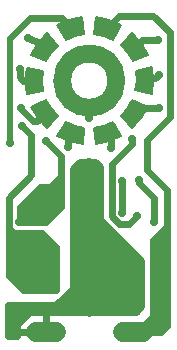
<source format=gbr>
%FSLAX34Y34*%
%MOMM*%
%LNCOPPER_TOP*%
G71*
G01*
%ADD10C, 0.700*%
%ADD11C, 0.600*%
%ADD12C, 1.700*%
%ADD13C, 0.500*%
%ADD14C, 1.500*%
%ADD15C, 0.150*%
%ADD16R, 0.900X0.900*%
%LPD*%
X78000Y-121000D02*
G54D10*
D03*
X136000Y-55000D02*
G54D10*
D03*
G54D11*
X116000Y-62000D02*
X123000Y-55000D01*
X136000Y-55000D01*
X137000Y-84000D02*
G54D10*
D03*
X137000Y-112000D02*
G54D10*
D03*
G54D11*
X116000Y-116000D02*
X120000Y-112000D01*
X137000Y-112000D01*
G54D11*
X78000Y-121000D02*
X78000Y-112000D01*
X96000Y-146000D02*
G54D10*
D03*
X60000Y-145000D02*
G54D10*
D03*
G54D11*
X92000Y-133000D02*
X96000Y-137000D01*
X96000Y-146000D01*
G54D11*
X64000Y-133000D02*
X60000Y-137000D01*
X60000Y-145000D01*
X20000Y-112000D02*
G54D10*
D03*
X19000Y-79000D02*
G54D10*
D03*
X26000Y-53000D02*
G54D10*
D03*
G54D11*
X41000Y-62000D02*
X36000Y-57000D01*
X26000Y-53000D01*
G54D12*
X106500Y-301500D02*
X123500Y-301500D01*
G54D12*
X32500Y-301500D02*
X49500Y-301500D01*
G54D11*
X92000Y-45000D02*
X103000Y-34000D01*
X132000Y-34000D01*
X146000Y-48000D01*
X146000Y-120000D01*
X127000Y-139000D01*
G54D11*
X127000Y-139000D02*
X127000Y-165000D01*
X144000Y-182000D01*
X144000Y-296000D01*
X120000Y-173000D02*
G54D10*
D03*
G54D11*
X120000Y-173000D02*
X120000Y-175700D01*
X132900Y-188600D01*
X132900Y-208900D01*
X133000Y-209000D01*
X132900Y-208900D01*
X133000Y-209000D02*
G54D10*
D03*
X106000Y-201000D02*
G54D10*
D03*
X106000Y-174000D02*
G54D10*
D03*
X114000Y-138000D02*
G54D10*
D03*
G54D11*
X106000Y-174000D02*
X106000Y-201000D01*
G54D11*
X114000Y-140000D02*
X114000Y-143000D01*
X97000Y-160000D01*
X97000Y-204000D01*
X103000Y-210000D01*
X112000Y-210000D01*
X118000Y-204000D01*
X118000Y-204000D02*
G54D10*
D03*
X18500Y-209000D02*
G54D10*
D03*
X41000Y-140000D02*
G54D10*
D03*
G54D11*
X18000Y-209000D02*
X41000Y-209000D01*
X54000Y-196000D01*
X54000Y-153000D01*
X41000Y-140000D01*
G54D13*
X11000Y-55000D02*
X11000Y-142000D01*
X11000Y-142000D02*
G54D10*
D03*
X50000Y-266000D02*
G54D10*
D03*
G54D11*
X50000Y-266000D02*
X50000Y-258000D01*
X10000Y-218000D01*
X10000Y-188000D01*
X29000Y-169000D01*
X29000Y-135000D01*
X21000Y-127000D01*
X21000Y-127000D02*
G54D10*
D03*
X78000Y-158000D02*
G54D10*
D03*
X78000Y-166000D02*
G54D10*
D03*
G54D11*
X78000Y-158000D02*
X78000Y-166000D01*
X78000Y-285500D01*
G54D11*
X64000Y-45000D02*
X55000Y-36000D01*
X28000Y-36000D01*
X11000Y-53000D01*
G36*
X78000Y-158000D02*
X70000Y-158000D01*
X64000Y-164000D01*
X64000Y-265000D01*
X50000Y-279000D01*
X9000Y-279000D01*
X9000Y-306000D01*
X18000Y-306000D01*
X18000Y-296000D01*
X28000Y-286000D01*
X118000Y-286000D01*
X123000Y-281000D01*
X123000Y-242000D01*
X88000Y-207000D01*
X88000Y-162000D01*
X84000Y-158000D01*
X78000Y-158000D01*
G37*
G54D13*
X78000Y-158000D02*
X70000Y-158000D01*
X64000Y-164000D01*
X64000Y-265000D01*
X50000Y-279000D01*
X9000Y-279000D01*
X9000Y-306000D01*
X18000Y-306000D01*
X18000Y-296000D01*
X28000Y-286000D01*
X118000Y-286000D01*
X123000Y-281000D01*
X123000Y-242000D01*
X88000Y-207000D01*
X88000Y-162000D01*
X84000Y-158000D01*
X78000Y-158000D01*
G36*
X54000Y-171000D02*
X53000Y-171000D01*
X45000Y-179000D01*
X36000Y-179000D01*
X19000Y-196000D01*
X19000Y-208500D01*
X18500Y-209000D01*
X41000Y-209000D01*
X54000Y-196000D01*
X54000Y-171000D01*
G37*
G54D11*
X54000Y-171000D02*
X53000Y-171000D01*
X45000Y-179000D01*
X36000Y-179000D01*
X19000Y-196000D01*
X19000Y-208500D01*
X18500Y-209000D01*
X41000Y-209000D01*
X54000Y-196000D01*
X54000Y-171000D01*
G36*
X10000Y-218000D02*
X38000Y-218000D01*
X50000Y-230000D01*
X50000Y-266000D01*
X22000Y-266000D01*
X10000Y-254000D01*
X10000Y-218000D01*
G37*
G54D11*
X10000Y-218000D02*
X38000Y-218000D01*
X50000Y-230000D01*
X50000Y-266000D01*
X22000Y-266000D01*
X10000Y-254000D01*
X10000Y-218000D01*
G54D11*
X10000Y-214000D02*
X15000Y-219000D01*
G54D11*
X20000Y-112000D02*
X20000Y-113000D01*
X30000Y-123000D01*
X34000Y-123000D01*
X41000Y-116000D01*
G54D11*
X31000Y-89000D02*
X22000Y-89000D01*
X19000Y-86000D01*
X19000Y-79000D01*
G54D11*
X125000Y-87000D02*
X134000Y-87000D01*
X137000Y-84000D01*
G54D11*
X41000Y-301500D02*
X11500Y-301500D01*
X11000Y-302000D01*
G54D11*
X41000Y-301500D02*
X41000Y-283000D01*
G36*
X115000Y-301500D02*
X118500Y-301500D01*
X132000Y-288000D01*
X132000Y-224000D01*
X144000Y-212000D01*
X144000Y-297000D01*
X139000Y-302000D01*
X115500Y-302000D01*
X115000Y-301500D01*
G37*
G54D11*
X115000Y-301500D02*
X118500Y-301500D01*
X132000Y-288000D01*
X132000Y-224000D01*
X144000Y-212000D01*
X144000Y-297000D01*
X139000Y-302000D01*
X115500Y-302000D01*
X115000Y-301500D01*
G54D14*
G75*
G01X101000Y-89000D02*
G03X101000Y-89000I-23000J0D01*
G01*
G36*
X82250Y-49250D02*
X83644Y-35296D01*
X94687Y-37643D01*
X105000Y-42235D01*
X98000Y-54500D01*
X90500Y-51000D01*
X82250Y-49250D01*
G37*
G54D15*
X82250Y-49250D02*
X83644Y-35296D01*
X94687Y-37643D01*
X105000Y-42235D01*
X98000Y-54500D01*
X90500Y-51000D01*
X82250Y-49250D01*
G36*
X105119Y-59234D02*
X114449Y-48765D01*
X122003Y-57154D01*
X127648Y-66931D01*
X114775Y-72739D01*
X110765Y-65499D01*
X105119Y-59234D01*
G37*
G54D15*
X105119Y-59234D02*
X114449Y-48765D01*
X122003Y-57154D01*
X127648Y-66931D01*
X114775Y-72739D01*
X110765Y-65499D01*
X105119Y-59234D01*
G36*
X117170Y-80645D02*
X130872Y-77659D01*
X132052Y-88886D01*
X130872Y-100114D01*
X117044Y-97246D01*
X118055Y-89032D01*
X117170Y-80645D01*
G37*
G54D15*
X117170Y-80645D02*
X130872Y-77659D01*
X132052Y-88886D01*
X130872Y-100114D01*
X117044Y-97246D01*
X118055Y-89032D01*
X117170Y-80645D01*
G36*
X114491Y-105325D02*
X127332Y-110964D01*
X121687Y-120740D01*
X114133Y-129130D01*
X104631Y-118682D01*
X110277Y-112631D01*
X114491Y-105325D01*
G37*
G54D15*
X114491Y-105325D02*
X127332Y-110964D01*
X121687Y-120740D01*
X114133Y-129130D01*
X104631Y-118682D01*
X110277Y-112631D01*
X114491Y-105325D01*
G36*
X98020Y-123712D02*
X105094Y-135821D01*
X94780Y-140413D01*
X83738Y-142760D01*
X82192Y-128723D01*
X90317Y-127146D01*
X98020Y-123712D01*
G37*
G54D15*
X98020Y-123712D02*
X105094Y-135821D01*
X94780Y-140413D01*
X83738Y-142760D01*
X82192Y-128723D01*
X90317Y-127146D01*
X98020Y-123712D01*
G36*
X73777Y-128852D02*
X72383Y-142806D01*
X61340Y-140459D01*
X51027Y-135867D01*
X58027Y-123602D01*
X65527Y-127102D01*
X73777Y-128852D01*
G37*
G54D15*
X73777Y-128852D02*
X72383Y-142806D01*
X61340Y-140459D01*
X51027Y-135867D01*
X58027Y-123602D01*
X65527Y-127102D01*
X73777Y-128852D01*
G36*
X51158Y-118618D02*
X41828Y-129087D01*
X34274Y-120698D01*
X28629Y-110921D01*
X41502Y-105113D01*
X45512Y-112353D01*
X51158Y-118618D01*
G37*
G54D15*
X51158Y-118618D02*
X41828Y-129087D01*
X34274Y-120698D01*
X28629Y-110921D01*
X41502Y-105113D01*
X45512Y-112353D01*
X51158Y-118618D01*
G36*
X38607Y-97457D02*
X24904Y-100443D01*
X23724Y-89216D01*
X24904Y-77988D01*
X38733Y-80856D01*
X37722Y-89070D01*
X38607Y-97457D01*
G37*
G54D15*
X38607Y-97457D02*
X24904Y-100443D01*
X23724Y-89216D01*
X24904Y-77988D01*
X38733Y-80856D01*
X37722Y-89070D01*
X38607Y-97457D01*
G36*
X41509Y-72674D02*
X28668Y-67036D01*
X34313Y-57260D01*
X41867Y-48870D01*
X51369Y-59318D01*
X45723Y-65369D01*
X41509Y-72674D01*
G37*
G54D15*
X41509Y-72674D02*
X28668Y-67036D01*
X34313Y-57260D01*
X41867Y-48870D01*
X51369Y-59318D01*
X45723Y-65369D01*
X41509Y-72674D01*
G36*
X57980Y-54287D02*
X50906Y-42178D01*
X61219Y-37587D01*
X72262Y-35239D01*
X73808Y-49277D01*
X65683Y-50854D01*
X57980Y-54287D01*
G37*
G54D15*
X57980Y-54287D02*
X50906Y-42178D01*
X61219Y-37587D01*
X72262Y-35239D01*
X73808Y-49277D01*
X65683Y-50854D01*
X57980Y-54287D01*
X125000Y-89000D02*
G54D16*
D03*
X32000Y-89000D02*
G54D16*
D03*
G36*
X89111Y-39330D02*
X97670Y-42111D01*
X94889Y-50670D01*
X86330Y-47889D01*
X89111Y-39330D01*
G37*
G36*
X116996Y-55714D02*
X122285Y-62996D01*
X115004Y-68286D01*
X109714Y-61004D01*
X116996Y-55714D01*
G37*
G36*
X122286Y-115005D02*
X116995Y-122286D01*
X109714Y-116995D01*
X115005Y-109714D01*
X122286Y-115005D01*
G37*
G36*
X97670Y-135889D02*
X89111Y-138670D01*
X86330Y-130111D01*
X94889Y-127330D01*
X97670Y-135889D01*
G37*
G36*
X66889Y-138670D02*
X58330Y-135889D01*
X61111Y-127330D01*
X69670Y-130111D01*
X66889Y-138670D01*
G37*
G36*
X40005Y-122286D02*
X34715Y-115004D01*
X41996Y-109714D01*
X47286Y-116996D01*
X40005Y-122286D01*
G37*
G36*
X40004Y-55714D02*
X47286Y-61004D01*
X41996Y-68286D01*
X34714Y-62996D01*
X40004Y-55714D01*
G37*
G36*
X66889Y-39330D02*
X69670Y-47889D01*
X61111Y-50670D01*
X58330Y-42111D01*
X66889Y-39330D01*
G37*
M02*

</source>
